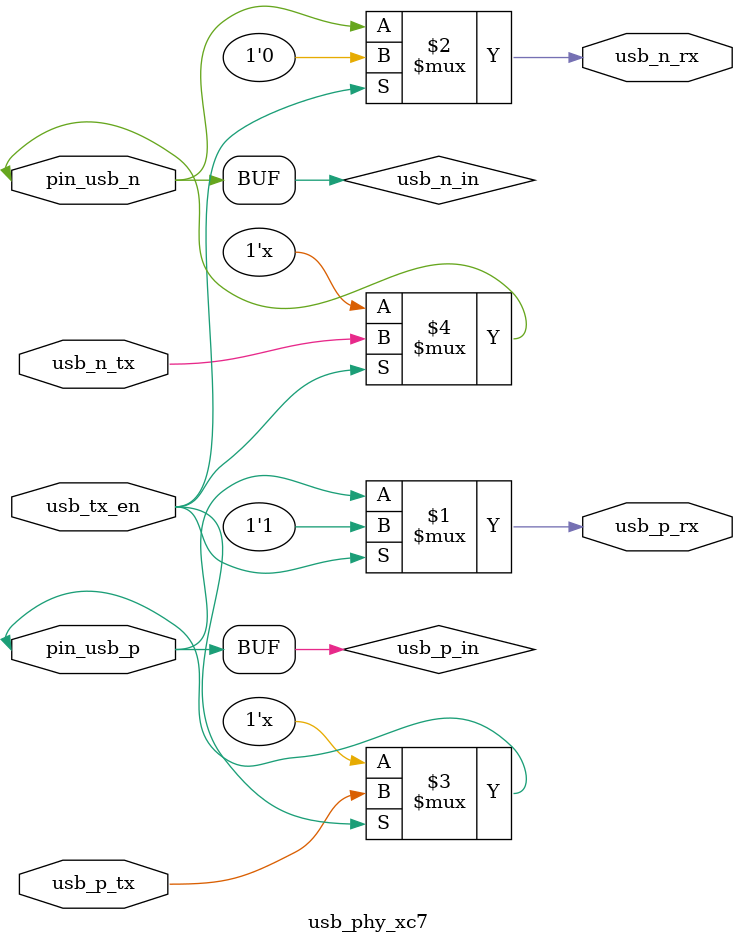
<source format=v>
/*
  usb_phy_xc7

  USB PHY for the Xilinx 7-Series FPGAs

  ----------------------------------------------------
  usb_phy_x7 u_u (
    // USB pins
    .pin_usb_p( pin_usb_p ),
    .pin_usb_n( pin_usb_n ),

    // USB signals
    input  usb_p_tx,
    input  usb_n_tx,
    output usb_p_rx,
    output usb_n_rx,
    input  usb_tx_en,
  );
*/
module usb_phy_xc7 (
  // USB pins
  inout  pin_usb_p,
  inout  pin_usb_n,

  // USB signals
  input  usb_p_tx,
  input  usb_n_tx,
  output usb_p_rx,
  output usb_n_rx,
  input  usb_tx_en
);

wire usb_p_in;
wire usb_n_in;
assign usb_p_in = pin_usb_p;
assign usb_n_in = pin_usb_n;

assign usb_p_rx = usb_tx_en ? 1'b1 : usb_p_in;
assign usb_n_rx = usb_tx_en ? 1'b0 : usb_n_in;

assign pin_usb_p = usb_tx_en ? usb_p_tx : 1'bZ;
assign pin_usb_n = usb_tx_en ? usb_n_tx : 1'bZ;

endmodule

</source>
